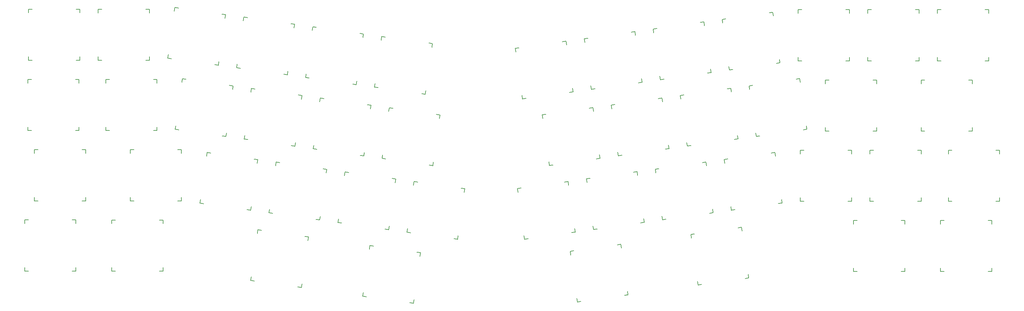
<source format=gbr>
%TF.GenerationSoftware,KiCad,Pcbnew,(5.99.0-9176-ga1730d51ff)*%
%TF.CreationDate,2021-05-08T16:46:04-05:00*%
%TF.ProjectId,prime e clone,7072696d-6520-4652-9063-6c6f6e652e6b,rev?*%
%TF.SameCoordinates,Original*%
%TF.FileFunction,Legend,Top*%
%TF.FilePolarity,Positive*%
%FSLAX46Y46*%
G04 Gerber Fmt 4.6, Leading zero omitted, Abs format (unit mm)*
G04 Created by KiCad (PCBNEW (5.99.0-9176-ga1730d51ff)) date 2021-05-08 16:46:04*
%MOMM*%
%LPD*%
G01*
G04 APERTURE LIST*
%ADD10C,0.150000*%
%ADD11C,1.701800*%
%ADD12C,3.000000*%
%ADD13C,3.987800*%
%ADD14C,3.048000*%
%ADD15C,0.650000*%
%ADD16O,1.300000X1.900000*%
%ADD17O,1.100000X2.200000*%
G04 APERTURE END LIST*
D10*
%TO.C,SW13*%
X334220000Y-94970000D02*
X334220000Y-93970000D01*
X348220000Y-93970000D02*
X347220000Y-93970000D01*
X334220000Y-107970000D02*
X334220000Y-106970000D01*
X347220000Y-107970000D02*
X348220000Y-107970000D01*
X334220000Y-107970000D02*
X335220000Y-107970000D01*
X348220000Y-93970000D02*
X348220000Y-94970000D01*
X348220000Y-106970000D02*
X348220000Y-107970000D01*
X335220000Y-93970000D02*
X334220000Y-93970000D01*
%TO.C,SW33*%
X238313085Y-141292603D02*
X238173912Y-140302335D01*
X240122335Y-154166088D02*
X241112603Y-154026915D01*
X252037665Y-138353912D02*
X252176838Y-139344180D01*
X253846915Y-151227397D02*
X253986088Y-152217665D01*
X240122335Y-154166088D02*
X239983162Y-153175820D01*
X252037665Y-138353912D02*
X251047397Y-138493085D01*
X239164180Y-140163162D02*
X238173912Y-140302335D01*
X252995820Y-152356838D02*
X253986088Y-152217665D01*
%TO.C,SW16*%
X127493162Y-113874180D02*
X127632335Y-112883912D01*
X141496088Y-114832335D02*
X140505820Y-114693162D01*
X125683912Y-126747665D02*
X125823085Y-125757397D01*
X138557397Y-128556915D02*
X139547665Y-128696088D01*
X141496088Y-114832335D02*
X141356915Y-115822603D01*
X125683912Y-126747665D02*
X126674180Y-126886838D01*
X128622603Y-113023085D02*
X127632335Y-112883912D01*
X139686838Y-127705820D02*
X139547665Y-128696088D01*
%TO.C,SW11*%
X310120000Y-106970000D02*
X310120000Y-107970000D01*
X309120000Y-107970000D02*
X310120000Y-107970000D01*
X297120000Y-93970000D02*
X296120000Y-93970000D01*
X310120000Y-93970000D02*
X310120000Y-94970000D01*
X310120000Y-93970000D02*
X309120000Y-93970000D01*
X296120000Y-94970000D02*
X296120000Y-93970000D01*
X296120000Y-107970000D02*
X296120000Y-106970000D01*
X296120000Y-107970000D02*
X297120000Y-107970000D01*
%TO.C,SW41*%
X192786088Y-160532335D02*
X191795820Y-160393162D01*
X189847397Y-174256915D02*
X190837665Y-174396088D01*
X179912603Y-158723085D02*
X178922335Y-158583912D01*
X176973912Y-172447665D02*
X177113085Y-171457397D01*
X190976838Y-173405820D02*
X190837665Y-174396088D01*
X178783162Y-159574180D02*
X178922335Y-158583912D01*
X192786088Y-160532335D02*
X192646915Y-161522603D01*
X176973912Y-172447665D02*
X177964180Y-172586838D01*
%TO.C,SW4*%
X158296088Y-97962335D02*
X157305820Y-97823162D01*
X142483912Y-109877665D02*
X143474180Y-110016838D01*
X145422603Y-96153085D02*
X144432335Y-96013912D01*
X142483912Y-109877665D02*
X142623085Y-108887397D01*
X158296088Y-97962335D02*
X158156915Y-98952603D01*
X144293162Y-97004180D02*
X144432335Y-96013912D01*
X155357397Y-111686915D02*
X156347665Y-111826088D01*
X156486838Y-110835820D02*
X156347665Y-111826088D01*
%TO.C,SW37*%
X351190000Y-132450000D02*
X350190000Y-132450000D01*
X351190000Y-145450000D02*
X351190000Y-146450000D01*
X337190000Y-146450000D02*
X337190000Y-145450000D01*
X351190000Y-132450000D02*
X351190000Y-133450000D01*
X350190000Y-146450000D02*
X351190000Y-146450000D01*
X337190000Y-133450000D02*
X337190000Y-132450000D01*
X338190000Y-132450000D02*
X337190000Y-132450000D01*
X337190000Y-146450000D02*
X338190000Y-146450000D01*
%TO.C,SW7*%
X232577665Y-102613912D02*
X232716838Y-103604180D01*
X233535820Y-116616838D02*
X234526088Y-116477665D01*
X234386915Y-115487397D02*
X234526088Y-116477665D01*
X218853085Y-105552603D02*
X218713912Y-104562335D01*
X220662335Y-118426088D02*
X221652603Y-118286915D01*
X219704180Y-104423162D02*
X218713912Y-104562335D01*
X220662335Y-118426088D02*
X220523162Y-117435820D01*
X232577665Y-102613912D02*
X231587397Y-102753085D01*
%TO.C,SW15*%
X106690000Y-127090000D02*
X107690000Y-127090000D01*
X106690000Y-127090000D02*
X106690000Y-126090000D01*
X106690000Y-114090000D02*
X106690000Y-113090000D01*
X120690000Y-113090000D02*
X120690000Y-114090000D01*
X120690000Y-113090000D02*
X119690000Y-113090000D01*
X119690000Y-127090000D02*
X120690000Y-127090000D01*
X107690000Y-113090000D02*
X106690000Y-113090000D01*
X120690000Y-126090000D02*
X120690000Y-127090000D01*
%TO.C,SW14*%
X99350000Y-113090000D02*
X98350000Y-113090000D01*
X99350000Y-113090000D02*
X99350000Y-114090000D01*
X98350000Y-127090000D02*
X99350000Y-127090000D01*
X86350000Y-113090000D02*
X85350000Y-113090000D01*
X99350000Y-126090000D02*
X99350000Y-127090000D01*
X85350000Y-114090000D02*
X85350000Y-113090000D01*
X85350000Y-127090000D02*
X85350000Y-126090000D01*
X85350000Y-127090000D02*
X86350000Y-127090000D01*
%TO.C,SW21*%
X258817665Y-118163912D02*
X258956838Y-119154180D01*
X259775820Y-132166838D02*
X260766088Y-132027665D01*
X246902335Y-133976088D02*
X247892603Y-133836915D01*
X245944180Y-119973162D02*
X244953912Y-120112335D01*
X260626915Y-131037397D02*
X260766088Y-132027665D01*
X246902335Y-133976088D02*
X246763162Y-132985820D01*
X258817665Y-118163912D02*
X257827397Y-118303085D01*
X245093085Y-121102603D02*
X244953912Y-120112335D01*
%TO.C,SW39*%
X108315000Y-152575000D02*
X108315000Y-151575000D01*
X109315000Y-151575000D02*
X108315000Y-151575000D01*
X108315000Y-165575000D02*
X109315000Y-165575000D01*
X122315000Y-151575000D02*
X121315000Y-151575000D01*
X122315000Y-164575000D02*
X122315000Y-165575000D01*
X121315000Y-165575000D02*
X122315000Y-165575000D01*
X108315000Y-165575000D02*
X108315000Y-164575000D01*
X122315000Y-151575000D02*
X122315000Y-152575000D01*
%TO.C,SW26*%
X87165000Y-133320000D02*
X87165000Y-132320000D01*
X101165000Y-132320000D02*
X100165000Y-132320000D01*
X100165000Y-146320000D02*
X101165000Y-146320000D01*
X101165000Y-145320000D02*
X101165000Y-146320000D01*
X101165000Y-132320000D02*
X101165000Y-133320000D01*
X87165000Y-146320000D02*
X87165000Y-145320000D01*
X88165000Y-132320000D02*
X87165000Y-132320000D01*
X87165000Y-146320000D02*
X88165000Y-146320000D01*
%TO.C,SW36*%
X315740000Y-133450000D02*
X315740000Y-132450000D01*
X315740000Y-146450000D02*
X315740000Y-145450000D01*
X316740000Y-132450000D02*
X315740000Y-132450000D01*
X329740000Y-132450000D02*
X328740000Y-132450000D01*
X315740000Y-146450000D02*
X316740000Y-146450000D01*
X328740000Y-146450000D02*
X329740000Y-146450000D01*
X329740000Y-145450000D02*
X329740000Y-146450000D01*
X329740000Y-132450000D02*
X329740000Y-133450000D01*
%TO.C,SW9*%
X270307665Y-97323912D02*
X269317397Y-97463085D01*
X271265820Y-111326838D02*
X272256088Y-111187665D01*
X258392335Y-113136088D02*
X258253162Y-112145820D01*
X258392335Y-113136088D02*
X259382603Y-112996915D01*
X272116915Y-110197397D02*
X272256088Y-111187665D01*
X270307665Y-97323912D02*
X270446838Y-98314180D01*
X257434180Y-99133162D02*
X256443912Y-99272335D01*
X256583085Y-100262603D02*
X256443912Y-99272335D01*
%TO.C,SW10*%
X276304180Y-96483162D02*
X275313912Y-96622335D01*
X277262335Y-110486088D02*
X278252603Y-110346915D01*
X275453085Y-97612603D02*
X275313912Y-96622335D01*
X277262335Y-110486088D02*
X277123162Y-109495820D01*
X290986915Y-107547397D02*
X291126088Y-108537665D01*
X289177665Y-94673912D02*
X289316838Y-95664180D01*
X289177665Y-94673912D02*
X288187397Y-94813085D01*
X290135820Y-108676838D02*
X291126088Y-108537665D01*
%TO.C,SW45*%
X336070000Y-151700000D02*
X335070000Y-151700000D01*
X349070000Y-151700000D02*
X348070000Y-151700000D01*
X349070000Y-164700000D02*
X349070000Y-165700000D01*
X335070000Y-152700000D02*
X335070000Y-151700000D01*
X349070000Y-151700000D02*
X349070000Y-152700000D01*
X335070000Y-165700000D02*
X336070000Y-165700000D01*
X335070000Y-165700000D02*
X335070000Y-164700000D01*
X348070000Y-165700000D02*
X349070000Y-165700000D01*
%TO.C,SW43*%
X268712335Y-169396088D02*
X268573162Y-168405820D01*
X282436915Y-166457397D02*
X282576088Y-167447665D01*
X268712335Y-169396088D02*
X269702603Y-169256915D01*
X280627665Y-153583912D02*
X279637397Y-153723085D01*
X267754180Y-155393162D02*
X266763912Y-155532335D01*
X280627665Y-153583912D02*
X280766838Y-154574180D01*
X281585820Y-167586838D02*
X282576088Y-167447665D01*
X266903085Y-156522603D02*
X266763912Y-155532335D01*
%TO.C,SW12*%
X315170000Y-107990000D02*
X316170000Y-107990000D01*
X329170000Y-106990000D02*
X329170000Y-107990000D01*
X315170000Y-107990000D02*
X315170000Y-106990000D01*
X329170000Y-93990000D02*
X328170000Y-93990000D01*
X329170000Y-93990000D02*
X329170000Y-94990000D01*
X315170000Y-94990000D02*
X315170000Y-93990000D01*
X328170000Y-107990000D02*
X329170000Y-107990000D01*
X316170000Y-93990000D02*
X315170000Y-93990000D01*
%TO.C,SW27*%
X126350000Y-146320000D02*
X127350000Y-146320000D01*
X113350000Y-146320000D02*
X113350000Y-145320000D01*
X127350000Y-132320000D02*
X126350000Y-132320000D01*
X127350000Y-132320000D02*
X127350000Y-133320000D01*
X113350000Y-133320000D02*
X113350000Y-132320000D01*
X127350000Y-145320000D02*
X127350000Y-146320000D01*
X113350000Y-146320000D02*
X114350000Y-146320000D01*
X114350000Y-132320000D02*
X113350000Y-132320000D01*
%TO.C,SW30*%
X170193912Y-152257665D02*
X171184180Y-152396838D01*
X186006088Y-140342335D02*
X185015820Y-140203162D01*
X172003162Y-139384180D02*
X172142335Y-138393912D01*
X184196838Y-153215820D02*
X184057665Y-154206088D01*
X183067397Y-154066915D02*
X184057665Y-154206088D01*
X170193912Y-152257665D02*
X170333085Y-151267397D01*
X173132603Y-138533085D02*
X172142335Y-138393912D01*
X186006088Y-140342335D02*
X185866915Y-141332603D01*
%TO.C,SW31*%
X191992603Y-141183085D02*
X191002335Y-141043912D01*
X201927397Y-156716915D02*
X202917665Y-156856088D01*
X204866088Y-142992335D02*
X204726915Y-143982603D01*
X189053912Y-154907665D02*
X189193085Y-153917397D01*
X190863162Y-142034180D02*
X191002335Y-141043912D01*
X203056838Y-155865820D02*
X202917665Y-156856088D01*
X189053912Y-154907665D02*
X190044180Y-155046838D01*
X204866088Y-142992335D02*
X203875820Y-142853162D01*
%TO.C,SW40*%
X148138162Y-155249180D02*
X148277335Y-154258912D01*
X146328912Y-168122665D02*
X147319180Y-168261838D01*
X149267603Y-154398085D02*
X148277335Y-154258912D01*
X160331838Y-169080820D02*
X160192665Y-170071088D01*
X162141088Y-156207335D02*
X161150820Y-156068162D01*
X162141088Y-156207335D02*
X162001915Y-157197603D01*
X146328912Y-168122665D02*
X146468085Y-167132397D01*
X159202397Y-169931915D02*
X160192665Y-170071088D01*
%TO.C,SW46*%
X310690000Y-132470000D02*
X309690000Y-132470000D01*
X296690000Y-146470000D02*
X296690000Y-145470000D01*
X309690000Y-146470000D02*
X310690000Y-146470000D01*
X297690000Y-132470000D02*
X296690000Y-132470000D01*
X296690000Y-133470000D02*
X296690000Y-132470000D01*
X310690000Y-132470000D02*
X310690000Y-133470000D01*
X296690000Y-146470000D02*
X297690000Y-146470000D01*
X310690000Y-145470000D02*
X310690000Y-146470000D01*
%TO.C,SW44*%
X325266038Y-151700000D02*
X325266038Y-152700000D01*
X324266038Y-165700000D02*
X325266038Y-165700000D01*
X325266038Y-164700000D02*
X325266038Y-165700000D01*
X325266038Y-151700000D02*
X324266038Y-151700000D01*
X312266038Y-151700000D02*
X311266038Y-151700000D01*
X311266038Y-152700000D02*
X311266038Y-151700000D01*
X311266038Y-165700000D02*
X312266038Y-165700000D01*
X311266038Y-165700000D02*
X311266038Y-164700000D01*
%TO.C,SW2*%
X105590000Y-93850000D02*
X104590000Y-93850000D01*
X104590000Y-107850000D02*
X104590000Y-106850000D01*
X117590000Y-107850000D02*
X118590000Y-107850000D01*
X104590000Y-94850000D02*
X104590000Y-93850000D01*
X118590000Y-93850000D02*
X118590000Y-94850000D01*
X118590000Y-93850000D02*
X117590000Y-93850000D01*
X118590000Y-106850000D02*
X118590000Y-107850000D01*
X104590000Y-107850000D02*
X105590000Y-107850000D01*
%TO.C,SW1*%
X85545000Y-107840000D02*
X86545000Y-107840000D01*
X99545000Y-93840000D02*
X98545000Y-93840000D01*
X99545000Y-93840000D02*
X99545000Y-94840000D01*
X86545000Y-93840000D02*
X85545000Y-93840000D01*
X99545000Y-106840000D02*
X99545000Y-107840000D01*
X98545000Y-107840000D02*
X99545000Y-107840000D01*
X85545000Y-107840000D02*
X85545000Y-106840000D01*
X85545000Y-94840000D02*
X85545000Y-93840000D01*
%TO.C,SW32*%
X221242335Y-156826088D02*
X221103162Y-155835820D01*
X220284180Y-142823162D02*
X219293912Y-142962335D01*
X219433085Y-143952603D02*
X219293912Y-142962335D01*
X221242335Y-156826088D02*
X222232603Y-156686915D01*
X233157665Y-141013912D02*
X233296838Y-142004180D01*
X234966915Y-153887397D02*
X235106088Y-154877665D01*
X233157665Y-141013912D02*
X232167397Y-141153085D01*
X234115820Y-155016838D02*
X235106088Y-154877665D01*
%TO.C,SW20*%
X239947665Y-120823912D02*
X238957397Y-120963085D01*
X226223085Y-123762603D02*
X226083912Y-122772335D01*
X239947665Y-120823912D02*
X240086838Y-121814180D01*
X228032335Y-136636088D02*
X227893162Y-135645820D01*
X241756915Y-133697397D02*
X241896088Y-134687665D01*
X240905820Y-134826838D02*
X241896088Y-134687665D01*
X227074180Y-122633162D02*
X226083912Y-122772335D01*
X228032335Y-136636088D02*
X229022603Y-136496915D01*
%TO.C,SW18*%
X165223162Y-119194180D02*
X165362335Y-118203912D01*
X179226088Y-120152335D02*
X178235820Y-120013162D01*
X177416838Y-133025820D02*
X177277665Y-134016088D01*
X179226088Y-120152335D02*
X179086915Y-121142603D01*
X176287397Y-133876915D02*
X177277665Y-134016088D01*
X163413912Y-132067665D02*
X164404180Y-132206838D01*
X166352603Y-118343085D02*
X165362335Y-118203912D01*
X163413912Y-132067665D02*
X163553085Y-131077397D01*
%TO.C,SW8*%
X251447665Y-99973912D02*
X250457397Y-100113085D01*
X239532335Y-115786088D02*
X240522603Y-115646915D01*
X253256915Y-112847397D02*
X253396088Y-113837665D01*
X239532335Y-115786088D02*
X239393162Y-114795820D01*
X237723085Y-102912603D02*
X237583912Y-101922335D01*
X238574180Y-101783162D02*
X237583912Y-101922335D01*
X251447665Y-99973912D02*
X251586838Y-100964180D01*
X252405820Y-113976838D02*
X253396088Y-113837665D01*
%TO.C,SW34*%
X257163085Y-138642603D02*
X257023912Y-137652335D01*
X271845820Y-149706838D02*
X272836088Y-149567665D01*
X258972335Y-151516088D02*
X259962603Y-151376915D01*
X270887665Y-135703912D02*
X269897397Y-135843085D01*
X258972335Y-151516088D02*
X258833162Y-150525820D01*
X270887665Y-135703912D02*
X271026838Y-136694180D01*
X272696915Y-148577397D02*
X272836088Y-149567665D01*
X258014180Y-137513162D02*
X257023912Y-137652335D01*
%TO.C,SW42*%
X233872623Y-161142603D02*
X233733450Y-160152335D01*
X249406453Y-171077397D02*
X249545626Y-172067665D01*
X248555358Y-172206838D02*
X249545626Y-172067665D01*
X247597203Y-158203912D02*
X247736376Y-159194180D01*
X235681873Y-174016088D02*
X236672141Y-173876915D01*
X247597203Y-158203912D02*
X246606935Y-158343085D01*
X234723718Y-160013162D02*
X233733450Y-160152335D01*
X235681873Y-174016088D02*
X235542700Y-173025820D01*
%TO.C,SW19*%
X182273912Y-134717665D02*
X183264180Y-134856838D01*
X185212603Y-120993085D02*
X184222335Y-120853912D01*
X198086088Y-122802335D02*
X197095820Y-122663162D01*
X184083162Y-121844180D02*
X184222335Y-120853912D01*
X182273912Y-134717665D02*
X182413085Y-133727397D01*
X195147397Y-136526915D02*
X196137665Y-136666088D01*
X198086088Y-122802335D02*
X197946915Y-123792603D01*
X196276838Y-135675820D02*
X196137665Y-136666088D01*
%TO.C,SW29*%
X167146088Y-137682335D02*
X167006915Y-138672603D01*
X164207397Y-151406915D02*
X165197665Y-151546088D01*
X167146088Y-137682335D02*
X166155820Y-137543162D01*
X153143162Y-136724180D02*
X153282335Y-135733912D01*
X154272603Y-135873085D02*
X153282335Y-135733912D01*
X151333912Y-149597665D02*
X152324180Y-149736838D01*
X165336838Y-150555820D02*
X165197665Y-151546088D01*
X151333912Y-149597665D02*
X151473085Y-148607397D01*
%TO.C,SW22*%
X277677665Y-115513912D02*
X277816838Y-116504180D01*
X278635820Y-129516838D02*
X279626088Y-129377665D01*
X264804180Y-117323162D02*
X263813912Y-117462335D01*
X265762335Y-131326088D02*
X266752603Y-131186915D01*
X263953085Y-118452603D02*
X263813912Y-117462335D01*
X277677665Y-115513912D02*
X276687397Y-115653085D01*
X279486915Y-128387397D02*
X279626088Y-129377665D01*
X265762335Y-131326088D02*
X265623162Y-130335820D01*
%TO.C,SW6*%
X194216838Y-116135820D02*
X194077665Y-117126088D01*
X183152603Y-101453085D02*
X182162335Y-101313912D01*
X196026088Y-103262335D02*
X195035820Y-103123162D01*
X180213912Y-115177665D02*
X181204180Y-115316838D01*
X196026088Y-103262335D02*
X195886915Y-104252603D01*
X180213912Y-115177665D02*
X180353085Y-114187397D01*
X182023162Y-102304180D02*
X182162335Y-101313912D01*
X193087397Y-116986915D02*
X194077665Y-117126088D01*
%TO.C,SW23*%
X284622335Y-128686088D02*
X285612603Y-128546915D01*
X282813085Y-115812603D02*
X282673912Y-114822335D01*
X283664180Y-114683162D02*
X282673912Y-114822335D01*
X296537665Y-112873912D02*
X296676838Y-113864180D01*
X296537665Y-112873912D02*
X295547397Y-113013085D01*
X298346915Y-125747397D02*
X298486088Y-126737665D01*
X297495820Y-126876838D02*
X298486088Y-126737665D01*
X284622335Y-128686088D02*
X284483162Y-127695820D01*
%TO.C,SW28*%
X148266088Y-135032335D02*
X147275820Y-134893162D01*
X134263162Y-134074180D02*
X134402335Y-133083912D01*
X145327397Y-148756915D02*
X146317665Y-148896088D01*
X135392603Y-133223085D02*
X134402335Y-133083912D01*
X148266088Y-135032335D02*
X148126915Y-136022603D01*
X146456838Y-147905820D02*
X146317665Y-148896088D01*
X132453912Y-146947665D02*
X132593085Y-145957397D01*
X132453912Y-146947665D02*
X133444180Y-147086838D01*
%TO.C,SW25*%
X329750000Y-114230000D02*
X329750000Y-113230000D01*
X343750000Y-113230000D02*
X343750000Y-114230000D01*
X342750000Y-127230000D02*
X343750000Y-127230000D01*
X330750000Y-113230000D02*
X329750000Y-113230000D01*
X329750000Y-127230000D02*
X330750000Y-127230000D01*
X329750000Y-127230000D02*
X329750000Y-126230000D01*
X343750000Y-126230000D02*
X343750000Y-127230000D01*
X343750000Y-113230000D02*
X342750000Y-113230000D01*
%TO.C,SW35*%
X289747665Y-133063912D02*
X288757397Y-133203085D01*
X290705820Y-147066838D02*
X291696088Y-146927665D01*
X277832335Y-148876088D02*
X278822603Y-148736915D01*
X291556915Y-145937397D02*
X291696088Y-146927665D01*
X276874180Y-134873162D02*
X275883912Y-135012335D01*
X277832335Y-148876088D02*
X277693162Y-147885820D01*
X276023085Y-136002603D02*
X275883912Y-135012335D01*
X289747665Y-133063912D02*
X289886838Y-134054180D01*
%TO.C,SW38*%
X84475000Y-165560000D02*
X85475000Y-165560000D01*
X84475000Y-152560000D02*
X84475000Y-151560000D01*
X84475000Y-165560000D02*
X84475000Y-164560000D01*
X98475000Y-164560000D02*
X98475000Y-165560000D01*
X97475000Y-165560000D02*
X98475000Y-165560000D01*
X98475000Y-151560000D02*
X97475000Y-151560000D01*
X98475000Y-151560000D02*
X98475000Y-152560000D01*
X85475000Y-151560000D02*
X84475000Y-151560000D01*
%TO.C,SW5*%
X163148162Y-99664180D02*
X163287335Y-98673912D01*
X161338912Y-112537665D02*
X162329180Y-112676838D01*
X175341838Y-113495820D02*
X175202665Y-114486088D01*
X177151088Y-100622335D02*
X177011915Y-101612603D01*
X161338912Y-112537665D02*
X161478085Y-111547397D01*
X164277603Y-98813085D02*
X163287335Y-98673912D01*
X177151088Y-100622335D02*
X176160820Y-100483162D01*
X174212397Y-114346915D02*
X175202665Y-114486088D01*
%TO.C,SW3*%
X126552603Y-93513085D02*
X125562335Y-93373912D01*
X139426088Y-95322335D02*
X139286915Y-96312603D01*
X139426088Y-95322335D02*
X138435820Y-95183162D01*
X125423162Y-94364180D02*
X125562335Y-93373912D01*
X136487397Y-109046915D02*
X137477665Y-109186088D01*
X123613912Y-107237665D02*
X123753085Y-106247397D01*
X137616838Y-108195820D02*
X137477665Y-109186088D01*
X123613912Y-107237665D02*
X124604180Y-107376838D01*
%TO.C,SW24*%
X303560000Y-114230000D02*
X303560000Y-113230000D01*
X317560000Y-126230000D02*
X317560000Y-127230000D01*
X317560000Y-113230000D02*
X317560000Y-114230000D01*
X303560000Y-127230000D02*
X304560000Y-127230000D01*
X304560000Y-113230000D02*
X303560000Y-113230000D01*
X303560000Y-127230000D02*
X303560000Y-126230000D01*
X317560000Y-113230000D02*
X316560000Y-113230000D01*
X316560000Y-127230000D02*
X317560000Y-127230000D01*
%TO.C,SW17*%
X147492603Y-115683085D02*
X146502335Y-115543912D01*
X160366088Y-117492335D02*
X160226915Y-118482603D01*
X146363162Y-116534180D02*
X146502335Y-115543912D01*
X158556838Y-130365820D02*
X158417665Y-131356088D01*
X157427397Y-131216915D02*
X158417665Y-131356088D01*
X144553912Y-129407665D02*
X144693085Y-128417397D01*
X144553912Y-129407665D02*
X145544180Y-129546838D01*
X160366088Y-117492335D02*
X159375820Y-117353162D01*
%TD*%
%LPC*%
D11*
%TO.C,SW13*%
X346300000Y-100970000D03*
X336140000Y-100970000D03*
D12*
X338680000Y-106050000D03*
X345030000Y-103510000D03*
D13*
X341220000Y-100970000D03*
%TD*%
D11*
%TO.C,SW33*%
X241049438Y-146966999D03*
D13*
X246080000Y-146260000D03*
D11*
X251110562Y-145553001D03*
D12*
X250206421Y-148245031D03*
X244271718Y-151644061D03*
%TD*%
%TO.C,SW16*%
X130367720Y-125467062D03*
D11*
X128559438Y-120083001D03*
X138620562Y-121496999D03*
D12*
X137009422Y-123835530D03*
D13*
X133590000Y-120790000D03*
%TD*%
D12*
%TO.C,SW11*%
X306930000Y-103510000D03*
D13*
X303120000Y-100970000D03*
D11*
X308200000Y-100970000D03*
X298040000Y-100970000D03*
D12*
X300580000Y-106050000D03*
%TD*%
%TO.C,SW41*%
X181657720Y-171167062D03*
D11*
X179849438Y-165783001D03*
D12*
X188299422Y-169535530D03*
D13*
X184880000Y-166490000D03*
D11*
X189910562Y-167196999D03*
%TD*%
D13*
%TO.C,SW4*%
X150390000Y-103920000D03*
D11*
X155420562Y-104626999D03*
X145359438Y-103213001D03*
D12*
X153809422Y-106965530D03*
X147167720Y-108597062D03*
%TD*%
D11*
%TO.C,SW37*%
X349270000Y-139450000D03*
X339110000Y-139450000D03*
D12*
X341650000Y-144530000D03*
D13*
X344190000Y-139450000D03*
D12*
X348000000Y-141990000D03*
%TD*%
%TO.C,SW7*%
X230746421Y-112505031D03*
D11*
X221589438Y-111226999D03*
D12*
X224811718Y-115904061D03*
D11*
X231650562Y-109813001D03*
D13*
X226620000Y-110520000D03*
%TD*%
D11*
%TO.C,SW15*%
X108610000Y-120090000D03*
D13*
X113690000Y-120090000D03*
D12*
X111150000Y-125170000D03*
D11*
X118770000Y-120090000D03*
D12*
X117500000Y-122630000D03*
%TD*%
D11*
%TO.C,SW14*%
X97430000Y-120090000D03*
D13*
X92350000Y-120090000D03*
D12*
X96160000Y-122630000D03*
D11*
X87270000Y-120090000D03*
D12*
X89810000Y-125170000D03*
%TD*%
%TO.C,SW21*%
X256986421Y-128055031D03*
X251051718Y-131454061D03*
D11*
X257890562Y-125363001D03*
X247829438Y-126776999D03*
D13*
X252860000Y-126070000D03*
%TD*%
D12*
%TO.C,SW39*%
X112775000Y-163655000D03*
D11*
X110235000Y-158575000D03*
D12*
X119125000Y-161115000D03*
D11*
X120395000Y-158575000D03*
D13*
X115315000Y-158575000D03*
%TD*%
D11*
%TO.C,SW26*%
X89085000Y-139320000D03*
D12*
X91625000Y-144400000D03*
D13*
X94165000Y-139320000D03*
D11*
X99245000Y-139320000D03*
D12*
X97975000Y-141860000D03*
%TD*%
D13*
%TO.C,SW36*%
X322740000Y-139450000D03*
D11*
X317660000Y-139450000D03*
D12*
X320200000Y-144530000D03*
X326550000Y-141990000D03*
D11*
X327820000Y-139450000D03*
%TD*%
D13*
%TO.C,SW9*%
X264350000Y-105230000D03*
D12*
X262541718Y-110614061D03*
D11*
X269380562Y-104523001D03*
D12*
X268476421Y-107215031D03*
D11*
X259319438Y-105936999D03*
%TD*%
D12*
%TO.C,SW10*%
X287346421Y-104565031D03*
X281411718Y-107964061D03*
D13*
X283220000Y-102580000D03*
D11*
X278189438Y-103286999D03*
X288250562Y-101873001D03*
%TD*%
D12*
%TO.C,SW45*%
X339530000Y-163780000D03*
D13*
X342070000Y-158700000D03*
D12*
X345880000Y-161240000D03*
D11*
X336990000Y-158700000D03*
X347150000Y-158700000D03*
%TD*%
D13*
%TO.C,SW43*%
X274670000Y-161490000D03*
D11*
X269639438Y-162196999D03*
X279700562Y-160783001D03*
D12*
X278796421Y-163475031D03*
X272861718Y-166874061D03*
%TD*%
%TO.C,SW12*%
X319630000Y-106070000D03*
D11*
X317090000Y-100990000D03*
D12*
X325980000Y-103530000D03*
D13*
X322170000Y-100990000D03*
D11*
X327250000Y-100990000D03*
%TD*%
D13*
%TO.C,SW27*%
X120350000Y-139320000D03*
D12*
X117810000Y-144400000D03*
D11*
X115270000Y-139320000D03*
X125430000Y-139320000D03*
D12*
X124160000Y-141860000D03*
%TD*%
D13*
%TO.C,SW30*%
X178100000Y-146300000D03*
D12*
X174877720Y-150977062D03*
D11*
X173069438Y-145593001D03*
X183130562Y-147006999D03*
D12*
X181519422Y-149345530D03*
%TD*%
%TO.C,SW31*%
X193737720Y-153627062D03*
D13*
X196960000Y-148950000D03*
D11*
X201990562Y-149656999D03*
X191929438Y-148243001D03*
D12*
X200379422Y-151995530D03*
%TD*%
D13*
%TO.C,SW40*%
X154235000Y-162165000D03*
D12*
X151012720Y-166842062D03*
X157654422Y-165210530D03*
D11*
X149204438Y-161458001D03*
X159265562Y-162871999D03*
%TD*%
%TO.C,SW46*%
X298610000Y-139470000D03*
D13*
X303690000Y-139470000D03*
D12*
X307500000Y-142010000D03*
D11*
X308770000Y-139470000D03*
D12*
X301150000Y-144550000D03*
%TD*%
D13*
%TO.C,SW44*%
X318266038Y-158700000D03*
D11*
X323346038Y-158700000D03*
X313186038Y-158700000D03*
D12*
X315726038Y-163780000D03*
X322076038Y-161240000D03*
%TD*%
D11*
%TO.C,SW2*%
X106510000Y-100850000D03*
D12*
X115400000Y-103390000D03*
D13*
X111590000Y-100850000D03*
D11*
X116670000Y-100850000D03*
D12*
X109050000Y-105930000D03*
%TD*%
D11*
%TO.C,SW1*%
X97625000Y-100840000D03*
D13*
X92545000Y-100840000D03*
D11*
X87465000Y-100840000D03*
D12*
X90005000Y-105920000D03*
X96355000Y-103380000D03*
%TD*%
%TO.C,SW32*%
X231326421Y-150905031D03*
D11*
X232230562Y-148213001D03*
X222169438Y-149626999D03*
D13*
X227200000Y-148920000D03*
D12*
X225391718Y-154304061D03*
%TD*%
D11*
%TO.C,SW20*%
X228959438Y-129436999D03*
X239020562Y-128023001D03*
D13*
X233990000Y-128730000D03*
D12*
X238116421Y-130715031D03*
X232181718Y-134114061D03*
%TD*%
D11*
%TO.C,SW18*%
X166289438Y-125403001D03*
X176350562Y-126816999D03*
D12*
X174739422Y-129155530D03*
D13*
X171320000Y-126110000D03*
D12*
X168097720Y-130787062D03*
%TD*%
%TO.C,SW8*%
X249616421Y-109865031D03*
D11*
X240459438Y-108586999D03*
D13*
X245490000Y-107880000D03*
D12*
X243681718Y-113264061D03*
D11*
X250520562Y-107173001D03*
%TD*%
D12*
%TO.C,SW34*%
X263121718Y-148994061D03*
D13*
X264930000Y-143610000D03*
D12*
X269056421Y-145595031D03*
D11*
X269960562Y-142903001D03*
X259899438Y-144316999D03*
%TD*%
D13*
%TO.C,SW42*%
X241639538Y-166110000D03*
D12*
X239831256Y-171494061D03*
D11*
X236608976Y-166816999D03*
X246670100Y-165403001D03*
D12*
X245765959Y-168095031D03*
%TD*%
D11*
%TO.C,SW19*%
X185149438Y-128053001D03*
D13*
X190180000Y-128760000D03*
D12*
X186957720Y-133437062D03*
D11*
X195210562Y-129466999D03*
D12*
X193599422Y-131805530D03*
%TD*%
D13*
%TO.C,SW29*%
X159240000Y-143640000D03*
D11*
X164270562Y-144346999D03*
D12*
X156017720Y-148317062D03*
X162659422Y-146685530D03*
D11*
X154209438Y-142933001D03*
%TD*%
D12*
%TO.C,SW22*%
X269911718Y-128804061D03*
D11*
X276750562Y-122713001D03*
D12*
X275846421Y-125405031D03*
D13*
X271720000Y-123420000D03*
D11*
X266689438Y-124126999D03*
%TD*%
%TO.C,SW6*%
X183089438Y-108513001D03*
D12*
X184897720Y-113897062D03*
D11*
X193150562Y-109926999D03*
D12*
X191539422Y-112265530D03*
D13*
X188120000Y-109220000D03*
%TD*%
D11*
%TO.C,SW23*%
X295610562Y-120073001D03*
D12*
X288771718Y-126164061D03*
D11*
X285549438Y-121486999D03*
D12*
X294706421Y-122765031D03*
D13*
X290580000Y-120780000D03*
%TD*%
D11*
%TO.C,SW28*%
X145390562Y-141696999D03*
D12*
X143779422Y-144035530D03*
D13*
X140360000Y-140990000D03*
D11*
X135329438Y-140283001D03*
D12*
X137137720Y-145667062D03*
%TD*%
D11*
%TO.C,SW25*%
X341830000Y-120230000D03*
X331670000Y-120230000D03*
D12*
X334210000Y-125310000D03*
X340560000Y-122770000D03*
D13*
X336750000Y-120230000D03*
%TD*%
D12*
%TO.C,SW35*%
X281981718Y-146354061D03*
D13*
X283790000Y-140970000D03*
D12*
X287916421Y-142955031D03*
D11*
X278759438Y-141676999D03*
X288820562Y-140263001D03*
%TD*%
D12*
%TO.C,SW38*%
X95285000Y-161100000D03*
X88935000Y-163640000D03*
D11*
X86395000Y-158560000D03*
D13*
X91475000Y-158560000D03*
D11*
X96555000Y-158560000D03*
%TD*%
D12*
%TO.C,SW5*%
X172664422Y-109625530D03*
D11*
X174275562Y-107286999D03*
D13*
X169245000Y-106580000D03*
D11*
X164214438Y-105873001D03*
D12*
X166022720Y-111257062D03*
%TD*%
D14*
%TO.C,S1*%
X230832618Y-174714005D03*
D13*
X228711620Y-159622320D03*
D14*
X254400998Y-171401686D03*
D13*
X252280000Y-156310000D03*
%TD*%
D12*
%TO.C,SW3*%
X134939422Y-104325530D03*
D13*
X131520000Y-101280000D03*
D12*
X128297720Y-105957062D03*
D11*
X126489438Y-100573001D03*
X136550562Y-101986999D03*
%TD*%
D13*
%TO.C,S2*%
X197803064Y-159985268D03*
X174234684Y-156672948D03*
D14*
X195682066Y-175076953D03*
X172113686Y-171764634D03*
%TD*%
D13*
%TO.C,SW24*%
X310560000Y-120230000D03*
D11*
X315640000Y-120230000D03*
D12*
X314370000Y-122770000D03*
D11*
X305480000Y-120230000D03*
D12*
X308020000Y-125310000D03*
%TD*%
%TO.C,SW17*%
X149237720Y-128127062D03*
D11*
X147429438Y-122743001D03*
D13*
X152460000Y-123450000D03*
D12*
X155879422Y-126495530D03*
D11*
X157490562Y-124156999D03*
%TD*%
D15*
%TO.C,J1*%
X99170000Y-89709000D03*
X104950000Y-89709000D03*
D16*
X97760000Y-86060000D03*
D17*
X106360000Y-90260000D03*
D16*
X106360000Y-86060000D03*
D17*
X97760000Y-90260000D03*
%TD*%
M02*

</source>
